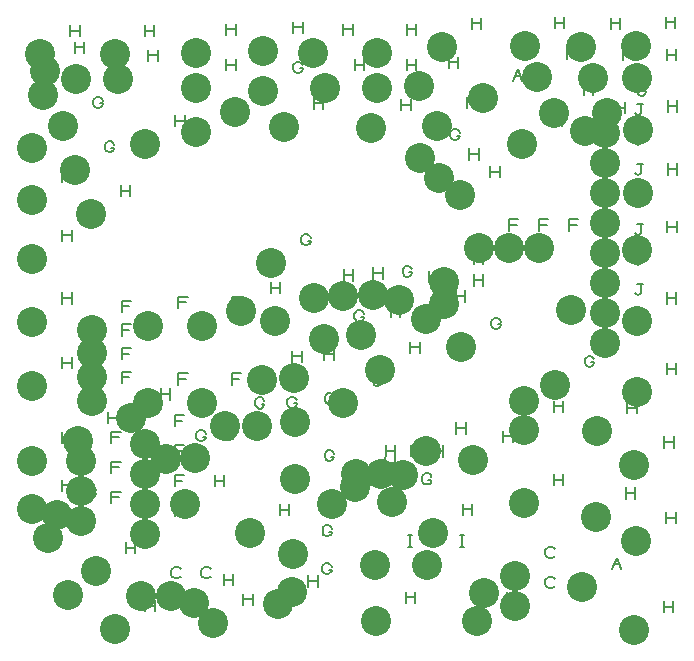
<source format=gbr>
G04 DesignSpark PCB Gerber Version 11.0 Build 5877*
%FSLAX33Y33*%
%MOIN*%
%ADD11C,0.00500*%
%ADD10C,0.10000*%
X0Y0D02*
D02*
D10*
X321Y508D03*
X324Y668D03*
Y917D03*
Y1132D03*
Y1342D03*
Y1536D03*
Y1709D03*
X350Y2024D03*
X358Y1886D03*
X366Y1967D03*
X377Y411D03*
X405Y486D03*
X427Y1784D03*
X441Y220D03*
X466Y1637D03*
X468Y1941D03*
X477Y733D03*
X487Y468D03*
Y568D03*
Y668D03*
X519Y1489D03*
X522Y868D03*
Y947D03*
Y1026D03*
Y1105D03*
X535Y299D03*
X598Y2024D03*
X600Y107D03*
X610Y1941D03*
X651Y812D03*
X687Y216D03*
X698Y424D03*
Y524D03*
Y624D03*
Y724D03*
X700Y1724D03*
X710Y862D03*
Y1118D03*
X770Y673D03*
X787Y216D03*
X833Y524D03*
X862Y194D03*
X865Y677D03*
X869Y1764D03*
X870Y1909D03*
Y2028D03*
X888Y862D03*
Y1118D03*
X927Y128D03*
X966Y783D03*
X999Y1831D03*
X1018Y1166D03*
X1049Y427D03*
X1073Y784D03*
X1090Y938D03*
X1094Y1902D03*
Y2035D03*
X1119Y1327D03*
X1133Y1134D03*
X1144Y189D03*
X1161Y1781D03*
X1189Y230D03*
X1191Y356D03*
X1196Y945D03*
X1198Y607D03*
Y797D03*
X1259Y2028D03*
X1263Y1209D03*
X1297Y1073D03*
X1299Y1909D03*
X1323Y525D03*
X1358Y859D03*
X1360Y1216D03*
Y1217D03*
X1400Y582D03*
X1402Y623D03*
X1419Y1088D03*
X1454Y1777D03*
X1458Y1221D03*
X1467Y322D03*
X1469Y135D03*
X1472Y1909D03*
Y2028D03*
X1484Y969D03*
X1485Y623D03*
X1523Y530D03*
X1546Y1205D03*
X1560Y622D03*
X1613Y1918D03*
X1616Y1677D03*
X1636Y1139D03*
X1637Y699D03*
X1640Y322D03*
X1659Y428D03*
X1674Y1785D03*
X1680Y1612D03*
X1688Y2048D03*
X1696Y1192D03*
Y1264D03*
X1749Y1554D03*
X1753Y1048D03*
X1794Y671D03*
X1806Y135D03*
X1813Y1376D03*
X1826Y1876D03*
X1828Y227D03*
X1913Y1376D03*
X1933Y184D03*
Y284D03*
X1957Y1724D03*
X1961Y527D03*
X1962Y771D03*
Y867D03*
X1966Y2050D03*
X2005Y1948D03*
X2013Y1376D03*
X2062Y1827D03*
X2065Y922D03*
X2119Y1171D03*
X2152Y2048D03*
X2156Y248D03*
X2167Y1767D03*
X2194Y1944D03*
X2203Y482D03*
X2207Y767D03*
X2233Y1062D03*
Y1162D03*
Y1262D03*
Y1362D03*
Y1462D03*
Y1562D03*
Y1662D03*
Y1762D03*
X2239Y1826D03*
X2328Y103D03*
X2330Y653D03*
X2336Y2051D03*
X2337Y400D03*
X2338Y1944D03*
X2339Y897D03*
Y1133D03*
X2340Y1370D03*
X2341Y1562D03*
X2342Y1772D03*
D02*
D11*
X421Y567D02*
Y605D01*
Y586D02*
X453D01*
Y567D02*
Y605D01*
X424Y728D02*
Y765D01*
Y746D02*
X455D01*
Y728D02*
Y765D01*
X424Y977D02*
Y1014D01*
Y995D02*
X455D01*
Y977D02*
Y1014D01*
X424Y1191D02*
Y1229D01*
Y1210D02*
X455D01*
Y1191D02*
Y1229D01*
X424Y1401D02*
Y1438D01*
Y1420D02*
X455D01*
Y1401D02*
Y1438D01*
X424Y1596D02*
Y1633D01*
Y1615D02*
X455D01*
Y1596D02*
Y1633D01*
X424Y1768D02*
Y1806D01*
Y1787D02*
X455D01*
Y1768D02*
Y1806D01*
X450Y2083D02*
Y2120D01*
Y2102D02*
X481D01*
Y2083D02*
Y2120D01*
X458Y1945D02*
Y1983D01*
Y1964D02*
X489D01*
Y1945D02*
Y1983D01*
X466Y2027D02*
Y2064D01*
Y2046D02*
X497D01*
Y2027D02*
Y2064D01*
X499Y486D02*
X509D01*
Y483D01*
X506Y477D01*
X502Y474D01*
X496Y471D01*
X490D01*
X484Y474D01*
X481Y477D01*
X477Y483D01*
Y496D01*
X481Y502D01*
X484Y505D01*
X490Y508D01*
X496D01*
X502Y505D01*
X506Y502D01*
X509Y496D01*
X527Y561D02*
X536D01*
Y558D01*
X533Y552D01*
X530Y549D01*
X524Y546D01*
X517D01*
X511Y549D01*
X508Y552D01*
X505Y558D01*
Y571D01*
X508Y577D01*
X511Y580D01*
X517Y583D01*
X524D01*
X530Y580D01*
X533Y577D01*
X536Y571D01*
X549Y1859D02*
X558D01*
Y1856D01*
X555Y1850D01*
X552Y1846D01*
X546Y1843D01*
X539D01*
X533Y1846D01*
X530Y1850D01*
X527Y1856D01*
Y1868D01*
X530Y1875D01*
X533Y1878D01*
X539Y1881D01*
X546D01*
X552Y1878D01*
X555Y1875D01*
X558Y1868D01*
X541Y280D02*
X557Y317D01*
X573Y280D01*
X548Y295D02*
X566D01*
X587Y1712D02*
X597D01*
Y1708D01*
X594Y1702D01*
X591Y1699D01*
X584Y1696D01*
X578D01*
X572Y1699D01*
X569Y1702D01*
X566Y1708D01*
Y1721D01*
X569Y1727D01*
X572Y1730D01*
X578Y1733D01*
X584D01*
X591Y1730D01*
X594Y1727D01*
X597Y1721D01*
X568Y2000D02*
Y2038D01*
Y2019D02*
X599D01*
Y2000D02*
Y2038D01*
X577Y793D02*
Y830D01*
Y811D02*
X608D01*
Y793D02*
Y830D01*
X587Y527D02*
Y565D01*
X618D01*
X612Y546D02*
X587D01*
Y627D02*
Y665D01*
X618D01*
X612Y646D02*
X587D01*
Y727D02*
Y765D01*
X618D01*
X612Y746D02*
X587D01*
X619Y1549D02*
Y1586D01*
Y1568D02*
X650D01*
Y1549D02*
Y1586D01*
X622Y928D02*
Y965D01*
X653D01*
X647Y947D02*
X622D01*
Y1007D02*
Y1044D01*
X653D01*
X647Y1025D02*
X622D01*
Y1085D02*
Y1123D01*
X653D01*
X647Y1104D02*
X622D01*
Y1164D02*
Y1202D01*
X653D01*
X647Y1183D02*
X622D01*
X635Y359D02*
Y396D01*
Y377D02*
X666D01*
Y359D02*
Y396D01*
X698Y2083D02*
Y2120D01*
Y2102D02*
X729D01*
Y2083D02*
Y2120D01*
X700Y167D02*
Y204D01*
Y185D02*
X731D01*
Y167D02*
Y204D01*
X710Y2000D02*
Y2038D01*
Y2019D02*
X741D01*
Y2000D02*
Y2038D01*
X751Y871D02*
Y909D01*
Y890D02*
X783D01*
Y871D02*
Y909D01*
X818Y282D02*
X815Y279D01*
X809Y276D01*
X799D01*
X793Y279D01*
X790Y282D01*
X787Y288D01*
Y301D01*
X790Y307D01*
X793Y310D01*
X799Y313D01*
X809D01*
X815Y310D01*
X818Y307D01*
X798Y483D02*
Y521D01*
X829D01*
X823Y502D02*
X798D01*
Y583D02*
Y621D01*
X829D01*
X823Y602D02*
X798D01*
Y683D02*
Y721D01*
X829D01*
X823Y702D02*
X798D01*
Y783D02*
Y821D01*
X829D01*
X823Y802D02*
X798D01*
X800Y1783D02*
Y1821D01*
Y1802D02*
X831D01*
Y1783D02*
Y1821D01*
X810Y922D02*
Y959D01*
X841D01*
X835Y940D02*
X810D01*
Y1178D02*
Y1215D01*
X841D01*
X835Y1196D02*
X810D01*
X892Y748D02*
X901D01*
Y745D01*
X898Y739D01*
X895Y736D01*
X889Y733D01*
X883D01*
X876Y736D01*
X873Y739D01*
X870Y745D01*
Y758D01*
X873Y764D01*
X876Y767D01*
X883Y770D01*
X889D01*
X895Y767D01*
X898Y764D01*
X901Y758D01*
X918Y282D02*
X915Y279D01*
X909Y276D01*
X899D01*
X893Y279D01*
X890Y282D01*
X887Y288D01*
Y301D01*
X890Y307D01*
X893Y310D01*
X899Y313D01*
X909D01*
X915Y310D01*
X918Y307D01*
X933Y583D02*
Y621D01*
Y602D02*
X964D01*
Y583D02*
Y621D01*
X962Y253D02*
Y291D01*
Y272D02*
X994D01*
Y253D02*
Y291D01*
X987Y752D02*
X996D01*
Y749D01*
X993Y742D01*
X990Y739D01*
X984Y736D01*
X977D01*
X971Y739D01*
X968Y742D01*
X965Y749D01*
Y761D01*
X968Y767D01*
X971Y770D01*
X977Y774D01*
X984D01*
X990Y770D01*
X993Y767D01*
X996Y761D01*
X969Y1823D02*
Y1861D01*
Y1842D02*
X1000D01*
Y1823D02*
Y1861D01*
X970Y1969D02*
Y2006D01*
Y1988D02*
X1001D01*
Y1969D02*
Y2006D01*
X970Y2087D02*
Y2124D01*
Y2106D02*
X1001D01*
Y2087D02*
Y2124D01*
X988Y922D02*
Y959D01*
X1019D01*
X1013Y940D02*
X988D01*
Y1178D02*
Y1215D01*
X1019D01*
X1013Y1196D02*
X988D01*
X1027Y187D02*
Y225D01*
Y206D02*
X1058D01*
Y187D02*
Y225D01*
X1088Y858D02*
X1097D01*
Y855D01*
X1094Y849D01*
X1091Y846D01*
X1085Y842D01*
X1078D01*
X1072Y846D01*
X1069Y849D01*
X1066Y855D01*
Y867D01*
X1069Y874D01*
X1072Y877D01*
X1078Y880D01*
X1085D01*
X1091Y877D01*
X1094Y874D01*
X1097Y867D01*
X1099Y1890D02*
Y1928D01*
Y1909D02*
X1131D01*
Y1890D02*
Y1928D01*
X1118Y1226D02*
Y1263D01*
Y1244D02*
X1150D01*
Y1226D02*
Y1263D01*
X1149Y487D02*
Y524D01*
Y505D02*
X1180D01*
Y487D02*
Y524D01*
X1195Y859D02*
X1205D01*
Y856D01*
X1201Y850D01*
X1198Y847D01*
X1192Y844D01*
X1186D01*
X1180Y847D01*
X1176Y850D01*
X1173Y856D01*
Y869D01*
X1176Y875D01*
X1180Y878D01*
X1186Y881D01*
X1192D01*
X1198Y878D01*
X1201Y875D01*
X1205Y869D01*
X1190Y997D02*
Y1035D01*
Y1016D02*
X1221D01*
Y997D02*
Y1035D01*
X1216Y1977D02*
X1225D01*
Y1973D01*
X1222Y1967D01*
X1219Y1964D01*
X1213Y1961D01*
X1206D01*
X1200Y1964D01*
X1197Y1967D01*
X1194Y1973D01*
Y1986D01*
X1197Y1992D01*
X1200Y1995D01*
X1206Y1998D01*
X1213D01*
X1219Y1995D01*
X1222Y1992D01*
X1225Y1986D01*
X1194Y2095D02*
Y2132D01*
Y2114D02*
X1225D01*
Y2095D02*
Y2132D01*
X1241Y1402D02*
X1251D01*
Y1399D01*
X1248Y1392D01*
X1244Y1389D01*
X1238Y1386D01*
X1232D01*
X1226Y1389D01*
X1223Y1392D01*
X1219Y1399D01*
Y1411D01*
X1223Y1417D01*
X1226Y1421D01*
X1232Y1424D01*
X1238D01*
X1244Y1421D01*
X1248Y1417D01*
X1251Y1411D01*
X1233Y1193D02*
Y1231D01*
Y1212D02*
X1264D01*
Y1193D02*
Y1231D01*
X1244Y248D02*
Y286D01*
Y267D02*
X1275D01*
Y248D02*
Y286D01*
X1261Y1840D02*
Y1878D01*
Y1859D02*
X1292D01*
Y1840D02*
Y1878D01*
X1311Y305D02*
X1321D01*
Y302D01*
X1318Y296D01*
X1314Y293D01*
X1308Y290D01*
X1302D01*
X1296Y293D01*
X1293Y296D01*
X1289Y302D01*
Y315D01*
X1293Y321D01*
X1296Y324D01*
X1302Y327D01*
X1308D01*
X1314Y324D01*
X1318Y321D01*
X1321Y315D01*
X1313Y431D02*
X1322D01*
Y428D01*
X1319Y422D01*
X1316Y419D01*
X1309Y416D01*
X1303D01*
X1297Y419D01*
X1294Y422D01*
X1291Y428D01*
Y441D01*
X1294Y447D01*
X1297Y450D01*
X1303Y453D01*
X1309D01*
X1316Y450D01*
X1319Y447D01*
X1322Y441D01*
X1296Y1004D02*
Y1042D01*
Y1023D02*
X1328D01*
Y1004D02*
Y1042D01*
X1320Y682D02*
X1329D01*
Y679D01*
X1326Y673D01*
X1323Y670D01*
X1317Y666D01*
X1311D01*
X1304Y670D01*
X1301Y673D01*
X1298Y679D01*
Y691D01*
X1301Y698D01*
X1304Y701D01*
X1311Y704D01*
X1317D01*
X1323Y701D01*
X1326Y698D01*
X1329Y691D01*
X1320Y872D02*
X1329D01*
Y869D01*
X1326Y862D01*
X1323Y859D01*
X1317Y856D01*
X1311D01*
X1304Y859D01*
X1301Y862D01*
X1298Y869D01*
Y881D01*
X1301Y887D01*
X1304Y891D01*
X1311Y894D01*
X1317D01*
X1323Y891D01*
X1326Y887D01*
X1329Y881D01*
X1359Y2087D02*
Y2124D01*
Y2106D02*
X1391D01*
Y2087D02*
Y2124D01*
X1363Y1268D02*
Y1306D01*
Y1287D02*
X1394D01*
Y1268D02*
Y1306D01*
X1419Y1148D02*
X1429D01*
Y1145D01*
X1426Y1138D01*
X1422Y1135D01*
X1416Y1132D01*
X1410D01*
X1404Y1135D01*
X1401Y1138D01*
X1397Y1145D01*
Y1157D01*
X1401Y1163D01*
X1404Y1167D01*
X1410Y1170D01*
X1416D01*
X1422Y1167D01*
X1426Y1163D01*
X1429Y1157D01*
X1399Y1969D02*
Y2006D01*
Y1988D02*
X1430D01*
Y1969D02*
Y2006D01*
X1445Y600D02*
X1454D01*
Y597D01*
X1451Y590D01*
X1448Y587D01*
X1442Y584D01*
X1435D01*
X1429Y587D01*
X1426Y590D01*
X1423Y597D01*
Y609D01*
X1426Y615D01*
X1429Y618D01*
X1435Y622D01*
X1442D01*
X1448Y618D01*
X1451Y615D01*
X1454Y609D01*
X1480Y934D02*
X1489D01*
Y931D01*
X1486Y925D01*
X1483Y922D01*
X1477Y918D01*
X1470D01*
X1464Y922D01*
X1461Y925D01*
X1458Y931D01*
Y943D01*
X1461Y950D01*
X1464Y953D01*
X1470Y956D01*
X1477D01*
X1483Y953D01*
X1486Y950D01*
X1489Y943D01*
X1460Y1275D02*
Y1312D01*
Y1294D02*
X1491D01*
Y1275D02*
Y1312D01*
X1460Y1276D02*
Y1313D01*
Y1295D02*
X1491D01*
Y1276D02*
Y1313D01*
X1500Y642D02*
Y679D01*
Y660D02*
X1532D01*
Y642D02*
Y679D01*
X1502Y683D02*
Y720D01*
Y701D02*
X1533D01*
Y683D02*
Y720D01*
X1519Y1147D02*
Y1184D01*
Y1166D02*
X1550D01*
Y1147D02*
Y1184D01*
X1554Y1836D02*
Y1873D01*
Y1855D02*
X1585D01*
Y1836D02*
Y1873D01*
X1580Y1296D02*
X1589D01*
Y1293D01*
X1586Y1287D01*
X1583Y1284D01*
X1576Y1281D01*
X1570D01*
X1564Y1284D01*
X1561Y1287D01*
X1558Y1293D01*
Y1306D01*
X1561Y1312D01*
X1564Y1315D01*
X1570Y1318D01*
X1576D01*
X1583Y1315D01*
X1586Y1312D01*
X1589Y1306D01*
X1577Y382D02*
X1589D01*
X1583D02*
Y419D01*
X1577D02*
X1589D01*
X1569Y194D02*
Y232D01*
Y213D02*
X1600D01*
Y194D02*
Y232D01*
X1572Y1969D02*
Y2006D01*
Y1988D02*
X1603D01*
Y1969D02*
Y2006D01*
X1572Y2087D02*
Y2124D01*
Y2106D02*
X1603D01*
Y2087D02*
Y2124D01*
X1584Y1028D02*
Y1065D01*
Y1047D02*
X1615D01*
Y1028D02*
Y1065D01*
X1585Y683D02*
Y720D01*
Y701D02*
X1616D01*
Y683D02*
Y720D01*
X1644Y605D02*
X1654D01*
Y602D01*
X1651Y595D01*
X1648Y592D01*
X1641Y589D01*
X1635D01*
X1629Y592D01*
X1626Y595D01*
X1623Y602D01*
Y614D01*
X1626Y620D01*
X1629Y623D01*
X1635Y627D01*
X1641D01*
X1648Y623D01*
X1651Y620D01*
X1654Y614D01*
X1646Y1264D02*
Y1302D01*
Y1283D02*
X1678D01*
Y1264D02*
Y1302D01*
X1660Y681D02*
Y719D01*
Y700D02*
X1691D01*
Y681D02*
Y719D01*
X1713Y1977D02*
Y2014D01*
Y1996D02*
X1744D01*
Y1977D02*
Y2014D01*
X1738Y1752D02*
X1748D01*
Y1749D01*
X1745Y1743D01*
X1741Y1740D01*
X1735Y1736D01*
X1729D01*
X1723Y1740D01*
X1720Y1743D01*
X1716Y1749D01*
Y1761D01*
X1720Y1768D01*
X1723Y1771D01*
X1729Y1774D01*
X1735D01*
X1741Y1771D01*
X1745Y1768D01*
X1748Y1761D01*
X1736Y1198D02*
Y1236D01*
Y1217D02*
X1767D01*
Y1198D02*
Y1236D01*
X1737Y758D02*
Y796D01*
Y777D02*
X1768D01*
Y758D02*
Y796D01*
X1750Y382D02*
X1762D01*
X1756D02*
Y419D01*
X1750D02*
X1762D01*
X1759Y488D02*
Y525D01*
Y506D02*
X1790D01*
Y488D02*
Y525D01*
X1774Y1845D02*
Y1882D01*
Y1863D02*
X1805D01*
Y1845D02*
Y1882D01*
X1780Y1671D02*
Y1709D01*
Y1690D02*
X1811D01*
Y1671D02*
Y1709D01*
X1788Y2108D02*
Y2145D01*
Y2126D02*
X1820D01*
Y2108D02*
Y2145D01*
X1796Y1252D02*
Y1289D01*
Y1271D02*
X1827D01*
Y1252D02*
Y1289D01*
X1796Y1323D02*
Y1361D01*
Y1342D02*
X1827D01*
Y1323D02*
Y1361D01*
X1849Y1614D02*
Y1651D01*
Y1632D02*
X1881D01*
Y1614D02*
Y1651D01*
X1875Y1123D02*
X1885D01*
Y1120D01*
X1882Y1113D01*
X1878Y1110D01*
X1872Y1107D01*
X1866D01*
X1860Y1110D01*
X1857Y1113D01*
X1853Y1120D01*
Y1132D01*
X1857Y1138D01*
X1860Y1141D01*
X1866Y1145D01*
X1872D01*
X1878Y1141D01*
X1882Y1138D01*
X1885Y1132D01*
X1894Y731D02*
Y768D01*
Y749D02*
X1925D01*
Y731D02*
Y768D01*
X1906Y194D02*
Y232D01*
Y213D02*
X1937D01*
Y194D02*
Y232D01*
X1913Y1435D02*
Y1473D01*
X1944D01*
X1938Y1454D02*
X1913D01*
X1926Y1935D02*
X1942Y1973D01*
X1957Y1935D01*
X1932Y1951D02*
X1951D01*
X1950Y302D02*
X1959D01*
Y299D01*
X1956Y293D01*
X1953Y290D01*
X1947Y287D01*
X1941D01*
X1934Y290D01*
X1931Y293D01*
X1928Y299D01*
Y312D01*
X1931Y318D01*
X1934Y321D01*
X1941Y324D01*
X1947D01*
X1953Y321D01*
X1956Y318D01*
X1959Y312D01*
X2013Y1435D02*
Y1473D01*
X2044D01*
X2038Y1454D02*
X2013D01*
X2065Y250D02*
X2062Y247D01*
X2055Y244D01*
X2046D01*
X2040Y247D01*
X2037Y250D01*
X2033Y256D01*
Y269D01*
X2037Y275D01*
X2040Y278D01*
X2046Y281D01*
X2055D01*
X2062Y278D01*
X2065Y275D01*
Y350D02*
X2062Y347D01*
X2055Y344D01*
X2046D01*
X2040Y347D01*
X2037Y350D01*
X2033Y356D01*
Y369D01*
X2037Y375D01*
X2040Y378D01*
X2046Y381D01*
X2055D01*
X2062Y378D01*
X2065Y375D01*
X2057Y1783D02*
Y1821D01*
Y1802D02*
X2088D01*
Y1783D02*
Y1821D01*
X2061Y586D02*
Y623D01*
Y605D02*
X2092D01*
Y586D02*
Y623D01*
X2062Y830D02*
Y867D01*
Y849D02*
X2093D01*
Y830D02*
Y867D01*
X2062Y927D02*
Y964D01*
Y945D02*
X2093D01*
Y927D02*
Y964D01*
X2066Y2110D02*
Y2147D01*
Y2128D02*
X2097D01*
Y2110D02*
Y2147D01*
X2105Y2007D02*
Y2045D01*
Y2026D02*
X2137D01*
Y2007D02*
Y2045D01*
X2113Y1435D02*
Y1473D01*
X2144D01*
X2138Y1454D02*
X2113D01*
X2162Y1886D02*
Y1924D01*
Y1905D02*
X2194D01*
Y1886D02*
Y1924D01*
X2187Y997D02*
X2197D01*
Y993D01*
X2194Y987D01*
X2190Y984D01*
X2184Y981D01*
X2178D01*
X2172Y984D01*
X2169Y987D01*
X2165Y993D01*
Y1006D01*
X2169Y1012D01*
X2172Y1015D01*
X2178Y1018D01*
X2184D01*
X2190Y1015D01*
X2194Y1012D01*
X2197Y1006D01*
X2219Y1231D02*
Y1268D01*
Y1249D02*
X2250D01*
Y1231D02*
Y1268D01*
X2252Y2108D02*
Y2145D01*
Y2126D02*
X2283D01*
Y2108D02*
Y2145D01*
X2256Y307D02*
X2272Y345D01*
X2287Y307D01*
X2262Y323D02*
X2281D01*
X2267Y1826D02*
Y1864D01*
Y1845D02*
X2298D01*
Y1826D02*
Y1864D01*
X2294Y2003D02*
Y2041D01*
Y2022D02*
X2326D01*
Y2003D02*
Y2041D01*
X2303Y542D02*
Y579D01*
Y560D02*
X2334D01*
Y542D02*
Y579D01*
X2307Y826D02*
Y864D01*
Y845D02*
X2338D01*
Y826D02*
Y864D01*
X2333Y1127D02*
X2336Y1124D01*
X2342Y1121D01*
X2348Y1124D01*
X2351Y1127D01*
Y1158D01*
X2358D01*
X2351D02*
X2339D01*
X2333Y1227D02*
X2336Y1224D01*
X2342Y1221D01*
X2348Y1224D01*
X2351Y1227D01*
Y1258D01*
X2358D01*
X2351D02*
X2339D01*
X2333Y1327D02*
X2336Y1324D01*
X2342Y1321D01*
X2348Y1324D01*
X2351Y1327D01*
Y1358D01*
X2358D01*
X2351D02*
X2339D01*
X2333Y1427D02*
X2336Y1424D01*
X2342Y1421D01*
X2348Y1424D01*
X2351Y1427D01*
Y1458D01*
X2358D01*
X2351D02*
X2339D01*
X2333Y1527D02*
X2336Y1524D01*
X2342Y1521D01*
X2348Y1524D01*
X2351Y1527D01*
Y1558D01*
X2358D01*
X2351D02*
X2339D01*
X2333Y1627D02*
X2336Y1624D01*
X2342Y1621D01*
X2348Y1624D01*
X2351Y1627D01*
Y1658D01*
X2358D01*
X2351D02*
X2339D01*
X2333Y1727D02*
X2336Y1724D01*
X2342Y1721D01*
X2348Y1724D01*
X2351Y1727D01*
Y1758D01*
X2358D01*
X2351D02*
X2339D01*
X2333Y1827D02*
X2336Y1824D01*
X2342Y1821D01*
X2348Y1824D01*
X2351Y1827D01*
Y1858D01*
X2358D01*
X2351D02*
X2339D01*
X2361Y1901D02*
X2370D01*
Y1898D01*
X2367Y1891D01*
X2364Y1888D01*
X2358Y1885D01*
X2351D01*
X2345Y1888D01*
X2342Y1891D01*
X2339Y1898D01*
Y1910D01*
X2342Y1916D01*
X2345Y1920D01*
X2351Y1923D01*
X2358D01*
X2364Y1920D01*
X2367Y1916D01*
X2370Y1910D01*
X2428Y163D02*
Y200D01*
Y181D02*
X2459D01*
Y163D02*
Y200D01*
X2430Y712D02*
Y749D01*
Y731D02*
X2461D01*
Y712D02*
Y749D01*
X2436Y2111D02*
Y2148D01*
Y2129D02*
X2467D01*
Y2111D02*
Y2148D01*
X2437Y459D02*
Y496D01*
Y478D02*
X2468D01*
Y459D02*
Y496D01*
X2438Y2003D02*
Y2041D01*
Y2022D02*
X2469D01*
Y2003D02*
Y2041D01*
X2439Y956D02*
Y994D01*
Y975D02*
X2470D01*
Y956D02*
Y994D01*
X2439Y1192D02*
Y1230D01*
Y1211D02*
X2470D01*
Y1192D02*
Y1230D01*
X2440Y1429D02*
Y1467D01*
Y1448D02*
X2471D01*
Y1429D02*
Y1467D01*
X2441Y1621D02*
Y1659D01*
Y1640D02*
X2472D01*
Y1621D02*
Y1659D01*
X2442Y1831D02*
Y1869D01*
Y1850D02*
X2473D01*
Y1831D02*
Y1869D01*
X0Y0D02*
M02*

</source>
